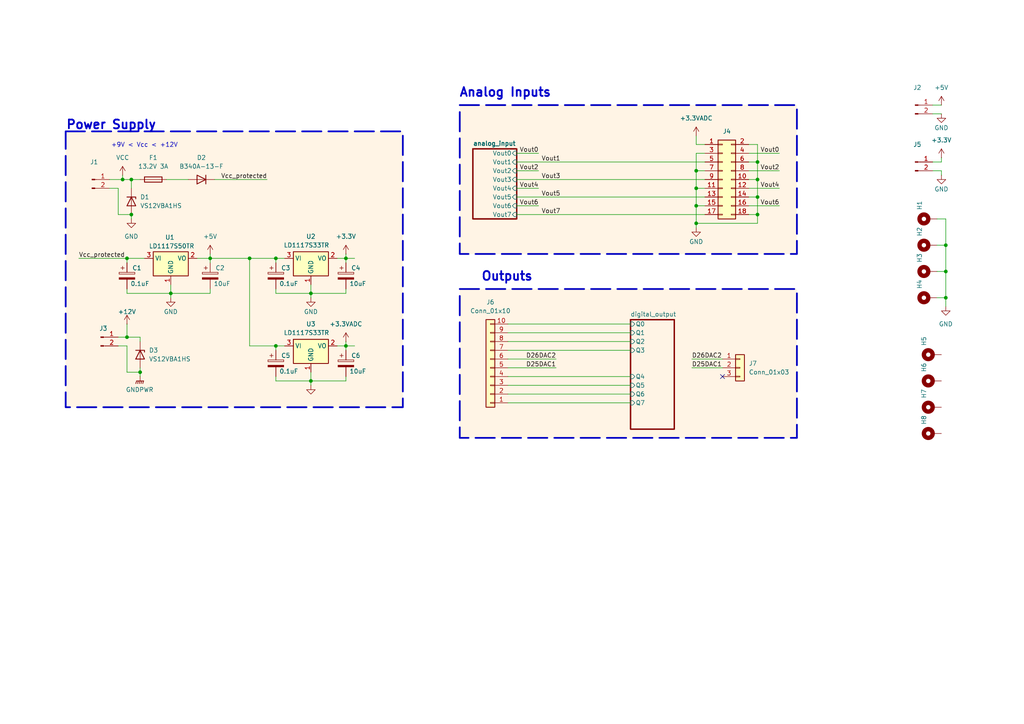
<source format=kicad_sch>
(kicad_sch (version 20231120) (generator "eeschema") (generator_version "8.0")
  (paper "A4")
  (lib_symbols
    (symbol "Connector:Conn_01x02_Pin" (pin_names (offset 1.016) hide)
      (property "Reference" "J" (at 0 2.54 0))
      (property "Value" "Conn_01x02_Pin" (at 0 -5.08 0))
      (symbol "Conn_01x02_Pin_1_1"
        (polyline (pts (xy 1.27 -2.54) (xy 0.8636 -2.54)) (stroke (width 0.1524)))
        (polyline (pts (xy 1.27 0) (xy 0.8636 0)) (stroke (width 0.1524)))
        (rectangle (start 0.8636 -2.413) (end 0 -2.667) (stroke (width 0.1524)) (fill (type outline)))
        (rectangle (start 0.8636 0.127) (end 0 -0.127) (stroke (width 0.1524)) (fill (type outline)))
        (pin passive line (at 5.08 0 180) (length 3.81) (name "Pin_1") (number "1"))
        (pin passive line (at 5.08 -2.54 180) (length 3.81) (name "Pin_2") (number "2"))
      )
    )
    (symbol "Connector_Generic:Conn_01x03" (pin_names (offset 1.016) hide)
      (property "Reference" "J" (at 0 5.08 0))
      (property "Value" "Conn_01x03" (at 0 -5.08 0))
      (symbol "Conn_01x03_1_1"
        (rectangle (start -1.27 -2.413) (end 0 -2.667) (stroke (width 0.1524)))
        (rectangle (start -1.27 0.127) (end 0 -0.127) (stroke (width 0.1524)))
        (rectangle (start -1.27 2.667) (end 0 2.413) (stroke (width 0.1524)))
        (rectangle (start -1.27 3.81) (end 1.27 -3.81) (stroke (width 0.254)) (fill (type background)))
        (pin passive line (at -5.08 2.54 0) (length 3.81) (name "Pin_1") (number "1"))
        (pin passive line (at -5.08 0 0) (length 3.81) (name "Pin_2") (number "2"))
        (pin passive line (at -5.08 -2.54 0) (length 3.81) (name "Pin_3") (number "3"))
      )
    )
    (symbol "Connector_Generic:Conn_01x10" (pin_names (offset 1.016) hide)
      (property "Reference" "J" (at 0 12.7 0))
      (property "Value" "Conn_01x10" (at 0 -15.24 0))
      (symbol "Conn_01x10_1_1"
        (rectangle (start -1.27 -12.573) (end 0 -12.827) (stroke (width 0.1524)))
        (rectangle (start -1.27 -10.033) (end 0 -10.287) (stroke (width 0.1524)))
        (rectangle (start -1.27 -7.493) (end 0 -7.747) (stroke (width 0.1524)))
        (rectangle (start -1.27 -4.953) (end 0 -5.207) (stroke (width 0.1524)))
        (rectangle (start -1.27 -2.413) (end 0 -2.667) (stroke (width 0.1524)))
        (rectangle (start -1.27 0.127) (end 0 -0.127) (stroke (width 0.1524)))
        (rectangle (start -1.27 2.667) (end 0 2.413) (stroke (width 0.1524)))
        (rectangle (start -1.27 5.207) (end 0 4.953) (stroke (width 0.1524)))
        (rectangle (start -1.27 7.747) (end 0 7.493) (stroke (width 0.1524)))
        (rectangle (start -1.27 10.287) (end 0 10.033) (stroke (width 0.1524)))
        (rectangle (start -1.27 11.43) (end 1.27 -13.97) (stroke (width 0.254)) (fill (type background)))
        (pin passive line (at -5.08 10.16 0) (length 3.81) (name "Pin_1") (number "1"))
        (pin passive line (at -5.08 -12.7 0) (length 3.81) (name "Pin_10") (number "10"))
        (pin passive line (at -5.08 7.62 0) (length 3.81) (name "Pin_2") (number "2"))
        (pin passive line (at -5.08 5.08 0) (length 3.81) (name "Pin_3") (number "3"))
        (pin passive line (at -5.08 2.54 0) (length 3.81) (name "Pin_4") (number "4"))
        (pin passive line (at -5.08 0 0) (length 3.81) (name "Pin_5") (number "5"))
        (pin passive line (at -5.08 -2.54 0) (length 3.81) (name "Pin_6") (number "6"))
        (pin passive line (at -5.08 -5.08 0) (length 3.81) (name "Pin_7") (number "7"))
        (pin passive line (at -5.08 -7.62 0) (length 3.81) (name "Pin_8") (number "8"))
        (pin passive line (at -5.08 -10.16 0) (length 3.81) (name "Pin_9") (number "9"))
      )
    )
    (symbol "Connector_Generic:Conn_02x09_Odd_Even" (pin_names (offset 1.016) hide)
      (property "Reference" "J" (at 1.27 12.7 0))
      (property "Value" "Conn_02x09_Odd_Even" (at 1.27 -12.7 0))
      (symbol "Conn_02x09_Odd_Even_1_1"
        (rectangle (start -1.27 -10.033) (end 0 -10.287) (stroke (width 0.1524)))
        (rectangle (start -1.27 -7.493) (end 0 -7.747) (stroke (width 0.1524)))
        (rectangle (start -1.27 -4.953) (end 0 -5.207) (stroke (width 0.1524)))
        (rectangle (start -1.27 -2.413) (end 0 -2.667) (stroke (width 0.1524)))
        (rectangle (start -1.27 0.127) (end 0 -0.127) (stroke (width 0.1524)))
        (rectangle (start -1.27 2.667) (end 0 2.413) (stroke (width 0.1524)))
        (rectangle (start -1.27 5.207) (end 0 4.953) (stroke (width 0.1524)))
        (rectangle (start -1.27 7.747) (end 0 7.493) (stroke (width 0.1524)))
        (rectangle (start -1.27 10.287) (end 0 10.033) (stroke (width 0.1524)))
        (rectangle (start -1.27 11.43) (end 3.81 -11.43) (stroke (width 0.254)) (fill (type background)))
        (rectangle (start 3.81 -10.033) (end 2.54 -10.287) (stroke (width 0.1524)))
        (rectangle (start 3.81 -7.493) (end 2.54 -7.747) (stroke (width 0.1524)))
        (rectangle (start 3.81 -4.953) (end 2.54 -5.207) (stroke (width 0.1524)))
        (rectangle (start 3.81 -2.413) (end 2.54 -2.667) (stroke (width 0.1524)))
        (rectangle (start 3.81 0.127) (end 2.54 -0.127) (stroke (width 0.1524)))
        (rectangle (start 3.81 2.667) (end 2.54 2.413) (stroke (width 0.1524)))
        (rectangle (start 3.81 5.207) (end 2.54 4.953) (stroke (width 0.1524)))
        (rectangle (start 3.81 7.747) (end 2.54 7.493) (stroke (width 0.1524)))
        (rectangle (start 3.81 10.287) (end 2.54 10.033) (stroke (width 0.1524)))
        (pin passive line (at -5.08 10.16 0) (length 3.81) (name "Pin_1") (number "1"))
        (pin passive line (at 7.62 0 180) (length 3.81) (name "Pin_10") (number "10"))
        (pin passive line (at -5.08 -2.54 0) (length 3.81) (name "Pin_11") (number "11"))
        (pin passive line (at 7.62 -2.54 180) (length 3.81) (name "Pin_12") (number "12"))
        (pin passive line (at -5.08 -5.08 0) (length 3.81) (name "Pin_13") (number "13"))
        (pin passive line (at 7.62 -5.08 180) (length 3.81) (name "Pin_14") (number "14"))
        (pin passive line (at -5.08 -7.62 0) (length 3.81) (name "Pin_15") (number "15"))
        (pin passive line (at 7.62 -7.62 180) (length 3.81) (name "Pin_16") (number "16"))
        (pin passive line (at -5.08 -10.16 0) (length 3.81) (name "Pin_17") (number "17"))
        (pin passive line (at 7.62 -10.16 180) (length 3.81) (name "Pin_18") (number "18"))
        (pin passive line (at 7.62 10.16 180) (length 3.81) (name "Pin_2") (number "2"))
        (pin passive line (at -5.08 7.62 0) (length 3.81) (name "Pin_3") (number "3"))
        (pin passive line (at 7.62 7.62 180) (length 3.81) (name "Pin_4") (number "4"))
        (pin passive line (at -5.08 5.08 0) (length 3.81) (name "Pin_5") (number "5"))
        (pin passive line (at 7.62 5.08 180) (length 3.81) (name "Pin_6") (number "6"))
        (pin passive line (at -5.08 2.54 0) (length 3.81) (name "Pin_7") (number "7"))
        (pin passive line (at 7.62 2.54 180) (length 3.81) (name "Pin_8") (number "8"))
        (pin passive line (at -5.08 0 0) (length 3.81) (name "Pin_9") (number "9"))
      )
    )
    (symbol "Device:C_Polarized" (pin_numbers hide) (pin_names (offset 0.254))
      (property "Reference" "C" (at 0.635 2.54 0))
      (property "Value" "C_Polarized" (at 0.635 -2.54 0))
      (symbol "C_Polarized_0_1"
        (rectangle (start -2.286 0.508) (end 2.286 1.016))
        (polyline (pts (xy -1.778 2.286) (xy -0.762 2.286)))
        (polyline (pts (xy -1.27 2.794) (xy -1.27 1.778)))
        (rectangle (start 2.286 -0.508) (end -2.286 -1.016) (fill (type outline)))
      )
      (symbol "C_Polarized_1_1"
        (pin passive line (at 0 3.81 270) (length 2.794) (name "~") (number "1"))
        (pin passive line (at 0 -3.81 90) (length 2.794) (name "~") (number "2"))
      )
    )
    (symbol "Device:D" (pin_numbers hide) (pin_names (offset 1.016) hide)
      (property "Reference" "D" (at 0 2.54 0))
      (property "Value" "D" (at 0 -2.54 0))
      (symbol "D_0_1"
        (polyline (pts (xy -1.27 1.27) (xy -1.27 -1.27)) (stroke (width 0.254)))
        (polyline (pts (xy 1.27 0) (xy -1.27 0)))
        (polyline (pts (xy 1.27 1.27) (xy 1.27 -1.27) (xy -1.27 0) (xy 1.27 1.27)) (stroke (width 0.254)))
      )
      (symbol "D_1_1"
        (pin passive line (at -3.81 0 0) (length 2.54) (name "K") (number "1"))
        (pin passive line (at 3.81 0 180) (length 2.54) (name "A") (number "2"))
      )
    )
    (symbol "Device:D_Zener" (pin_numbers hide) (pin_names (offset 1.016) hide)
      (property "Reference" "D" (at 0 2.54 0))
      (property "Value" "D_Zener" (at 0 -2.54 0))
      (symbol "D_Zener_0_1"
        (polyline (pts (xy 1.27 0) (xy -1.27 0)))
        (polyline (pts (xy -1.27 -1.27) (xy -1.27 1.27) (xy -0.762 1.27)) (stroke (width 0.254)))
        (polyline (pts (xy 1.27 -1.27) (xy 1.27 1.27) (xy -1.27 0) (xy 1.27 -1.27)) (stroke (width 0.254)))
      )
      (symbol "D_Zener_1_1"
        (pin passive line (at -3.81 0 0) (length 2.54) (name "K") (number "1"))
        (pin passive line (at 3.81 0 180) (length 2.54) (name "A") (number "2"))
      )
    )
    (symbol "Device:Fuse" (pin_numbers hide) (pin_names (offset 0))
      (property "Reference" "F" (at 2.032 0 90))
      (property "Value" "Fuse" (at -1.905 0 90))
      (symbol "Fuse_0_1"
        (rectangle (start -0.762 -2.54) (end 0.762 2.54) (stroke (width 0.254)))
        (polyline (pts (xy 0 2.54) (xy 0 -2.54)))
      )
      (symbol "Fuse_1_1"
        (pin passive line (at 0 3.81 270) (length 1.27) (name "~") (number "1"))
        (pin passive line (at 0 -3.81 90) (length 1.27) (name "~") (number "2"))
      )
    )
    (symbol "Mechanical:MountingHole_Pad" (pin_numbers hide) (pin_names (offset 1.016) hide)
      (property "Reference" "H" (at 0 6.35 0))
      (property "Value" "MountingHole_Pad" (at 0 4.445 0))
      (symbol "MountingHole_Pad_0_1"
        (circle (center 0 1.27) (radius 1.27) (stroke (width 1.27)))
      )
      (symbol "MountingHole_Pad_1_1"
        (pin input line (at 0 -2.54 90) (length 2.54) (name "1") (number "1"))
      )
    )
    (symbol "Regulator_Linear:LD1117S33TR_SOT223"
      (property "Reference" "U" (at -3.81 3.175 0))
      (property "Value" "LD1117S33TR_SOT223" (at 0 3.175 0))
      (symbol "LD1117S33TR_SOT223_0_1"
        (rectangle (start -5.08 -5.08) (end 5.08 1.905) (stroke (width 0.254)) (fill (type background)))
      )
      (symbol "LD1117S33TR_SOT223_1_1"
        (pin power_in line (at 0 -7.62 90) (length 2.54) (name "GND") (number "1"))
        (pin power_out line (at 7.62 0 180) (length 2.54) (name "VO") (number "2"))
        (pin power_in line (at -7.62 0 0) (length 2.54) (name "VI") (number "3"))
      )
    )
    (symbol "Regulator_Linear:LD1117S50TR_SOT223"
      (property "Reference" "U" (at -3.81 3.175 0))
      (property "Value" "LD1117S50TR_SOT223" (at 0 3.175 0))
      (symbol "LD1117S50TR_SOT223_0_1"
        (rectangle (start -5.08 -5.08) (end 5.08 1.905) (stroke (width 0.254)) (fill (type background)))
      )
      (symbol "LD1117S50TR_SOT223_1_1"
        (pin power_in line (at 0 -7.62 90) (length 2.54) (name "GND") (number "1"))
        (pin power_out line (at 7.62 0 180) (length 2.54) (name "VO") (number "2"))
        (pin power_in line (at -7.62 0 0) (length 2.54) (name "VI") (number "3"))
      )
    )
    (symbol "power:+12V" (power) (pin_numbers hide) (pin_names (offset 0) hide)
      (property "Value" "+12V" (at 0 3.556 0))
      (symbol "+12V_0_1"
        (polyline (pts (xy -0.762 1.27) (xy 0 2.54)))
        (polyline (pts (xy 0 0) (xy 0 2.54)))
        (polyline (pts (xy 0 2.54) (xy 0.762 1.27)))
      )
      (symbol "+12V_1_1"
        (pin power_in line (at 0 0 90) (length 0) (name "~") (number "1"))
      )
    )
    (symbol "power:+3.3V" (power) (pin_numbers hide) (pin_names (offset 0) hide)
      (property "Value" "+3.3V" (at 0 3.556 0))
      (symbol "+3.3V_0_1"
        (polyline (pts (xy -0.762 1.27) (xy 0 2.54)))
        (polyline (pts (xy 0 0) (xy 0 2.54)))
        (polyline (pts (xy 0 2.54) (xy 0.762 1.27)))
      )
      (symbol "+3.3V_1_1"
        (pin power_in line (at 0 0 90) (length 0) (name "~") (number "1"))
      )
    )
    (symbol "power:+3.3VADC" (power) (pin_numbers hide) (pin_names (offset 0) hide)
      (property "Value" "+3.3VADC" (at 0 3.556 0))
      (symbol "+3.3VADC_0_0"
        (pin power_in line (at 0 0 90) (length 0) (name "~") (number "1"))
      )
      (symbol "+3.3VADC_0_1"
        (polyline (pts (xy -0.762 1.27) (xy 0 2.54)))
        (polyline (pts (xy 0 0) (xy 0 2.54)))
        (polyline (pts (xy 0 2.54) (xy 0.762 1.27)))
      )
    )
    (symbol "power:+5V" (power) (pin_numbers hide) (pin_names (offset 0) hide)
      (property "Value" "+5V" (at 0 3.556 0))
      (symbol "+5V_0_1"
        (polyline (pts (xy -0.762 1.27) (xy 0 2.54)))
        (polyline (pts (xy 0 0) (xy 0 2.54)))
        (polyline (pts (xy 0 2.54) (xy 0.762 1.27)))
      )
      (symbol "+5V_1_1"
        (pin power_in line (at 0 0 90) (length 0) (name "~") (number "1"))
      )
    )
    (symbol "power:GND" (power) (pin_numbers hide) (pin_names (offset 0) hide)
      (property "Value" "GND" (at 0 -3.81 0))
      (symbol "GND_0_1"
        (polyline (pts (xy 0 0) (xy 0 -1.27) (xy 1.27 -1.27) (xy 0 -2.54) (xy -1.27 -1.27) (xy 0 -1.27)))
      )
      (symbol "GND_1_1"
        (pin power_in line (at 0 0 270) (length 0) (name "~") (number "1"))
      )
    )
    (symbol "power:GNDPWR" (power) (pin_numbers hide) (pin_names (offset 0) hide)
      (property "Value" "GNDPWR" (at 0 -3.302 0))
      (symbol "GNDPWR_0_1"
        (polyline (pts (xy 0 -1.27) (xy 0 0)))
        (polyline (pts (xy -1.016 -1.27) (xy -1.27 -2.032) (xy -1.27 -2.032)) (stroke (width 0.2032)))
        (polyline (pts (xy -0.508 -1.27) (xy -0.762 -2.032) (xy -0.762 -2.032)) (stroke (width 0.2032)))
        (polyline (pts (xy 0 -1.27) (xy -0.254 -2.032) (xy -0.254 -2.032)) (stroke (width 0.2032)))
        (polyline (pts (xy 0.508 -1.27) (xy 0.254 -2.032) (xy 0.254 -2.032)) (stroke (width 0.2032)))
        (polyline (pts (xy 1.016 -1.27) (xy -1.016 -1.27) (xy -1.016 -1.27)) (stroke (width 0.2032)))
        (polyline (pts (xy 1.016 -1.27) (xy 0.762 -2.032) (xy 0.762 -2.032) (xy 0.762 -2.032)) (stroke (width 0.2032)))
      )
      (symbol "GNDPWR_1_1"
        (pin power_in line (at 0 0 270) (length 0) (name "~") (number "1"))
      )
    )
    (symbol "power:VCC" (power) (pin_numbers hide) (pin_names (offset 0) hide)
      (property "Value" "VCC" (at 0 3.556 0))
      (symbol "VCC_0_1"
        (polyline (pts (xy -0.762 1.27) (xy 0 2.54)))
        (polyline (pts (xy 0 0) (xy 0 2.54)))
        (polyline (pts (xy 0 2.54) (xy 0.762 1.27)))
      )
      (symbol "VCC_1_1"
        (pin power_in line (at 0 0 90) (length 0) (name "~") (number "1"))
      )
    )
  )
  (junction (at 219.71 52.07))
  (junction (at 40.64 107.95))
  (junction (at 201.93 54.61))
  (junction (at 274.32 86.36))
  (junction (at 219.71 62.23))
  (junction (at 36.83 74.93))
  (junction (at 90.17 85.09))
  (junction (at 90.17 110.49))
  (junction (at 219.71 57.15))
  (junction (at 36.83 97.79))
  (junction (at 35.56 52.07))
  (junction (at 72.39 74.93))
  (junction (at 38.1 52.07))
  (junction (at 100.33 74.93))
  (junction (at 38.1 62.23))
  (junction (at 49.53 85.09))
  (junction (at 219.71 46.99))
  (junction (at 201.93 49.53))
  (junction (at 100.33 100.33))
  (junction (at 274.32 71.12))
  (junction (at 274.32 78.74))
  (junction (at 80.01 74.93))
  (junction (at 80.01 100.33))
  (junction (at 60.96 74.93))
  (junction (at 201.93 64.77))
  (junction (at 201.93 59.69))
  (no_connect (at 209.55 109.22))
  (wire (pts (xy 271.78 63.5) (xy 274.32 63.5)))
  (wire (pts (xy 200.66 104.14) (xy 209.55 104.14)))
  (wire (pts (xy 149.86 59.69) (xy 156.21 59.69)))
  (wire (pts (xy 274.32 86.36) (xy 274.32 88.9)))
  (wire (pts (xy 147.32 106.68) (xy 161.29 106.68)))
  (wire (pts (xy 34.29 54.61) (xy 34.29 62.23)))
  (wire (pts (xy 49.53 82.55) (xy 49.53 85.09)))
  (wire (pts (xy 97.79 100.33) (xy 100.33 100.33)))
  (wire (pts (xy 60.96 74.93) (xy 72.39 74.93)))
  (wire (pts (xy 38.1 52.07) (xy 38.1 54.61)))
  (wire (pts (xy 72.39 74.93) (xy 80.01 74.93)))
  (wire (pts (xy 201.93 54.61) (xy 204.47 54.61)))
  (wire (pts (xy 201.93 64.77) (xy 219.71 64.77)))
  (wire (pts (xy 60.96 85.09) (xy 49.53 85.09)))
  (wire (pts (xy 80.01 85.09) (xy 90.17 85.09)))
  (wire (pts (xy 36.83 97.79) (xy 36.83 93.98)))
  (wire (pts (xy 219.71 41.91) (xy 217.17 41.91)))
  (wire (pts (xy 219.71 52.07) (xy 219.71 57.15)))
  (wire (pts (xy 48.26 52.07) (xy 54.61 52.07)))
  (wire (pts (xy 36.83 83.82) (xy 36.83 85.09)))
  (wire (pts (xy 274.32 78.74) (xy 274.32 86.36)))
  (wire (pts (xy 100.33 74.93) (xy 100.33 76.2)))
  (wire (pts (xy 149.86 62.23) (xy 204.47 62.23)))
  (wire (pts (xy 147.32 114.3) (xy 182.88 114.3)))
  (wire (pts (xy 201.93 39.37) (xy 201.93 41.91)))
  (wire (pts (xy 80.01 110.49) (xy 90.17 110.49)))
  (wire (pts (xy 271.78 78.74) (xy 274.32 78.74)))
  (wire (pts (xy 200.66 106.68) (xy 209.55 106.68)))
  (wire (pts (xy 219.71 62.23) (xy 219.71 64.77)))
  (wire (pts (xy 217.17 46.99) (xy 219.71 46.99)))
  (wire (pts (xy 147.32 101.6) (xy 182.88 101.6)))
  (wire (pts (xy 40.64 99.06) (xy 40.64 97.79)))
  (wire (pts (xy 38.1 62.23) (xy 38.1 63.5)))
  (wire (pts (xy 201.93 59.69) (xy 201.93 64.77)))
  (wire (pts (xy 36.83 74.93) (xy 36.83 76.2)))
  (wire (pts (xy 60.96 74.93) (xy 60.96 76.2)))
  (wire (pts (xy 274.32 63.5) (xy 274.32 71.12)))
  (wire (pts (xy 57.15 74.93) (xy 60.96 74.93)))
  (wire (pts (xy 22.86 74.93) (xy 36.83 74.93)))
  (wire (pts (xy 204.47 44.45) (xy 201.93 44.45)))
  (wire (pts (xy 90.17 85.09) (xy 100.33 85.09)))
  (wire (pts (xy 217.17 62.23) (xy 219.71 62.23)))
  (wire (pts (xy 270.51 46.99) (xy 273.05 46.99)))
  (wire (pts (xy 201.93 49.53) (xy 204.47 49.53)))
  (wire (pts (xy 90.17 107.95) (xy 90.17 110.49)))
  (wire (pts (xy 147.32 111.76) (xy 182.88 111.76)))
  (wire (pts (xy 100.33 100.33) (xy 100.33 101.6)))
  (wire (pts (xy 100.33 73.66) (xy 100.33 74.93)))
  (wire (pts (xy 80.01 74.93) (xy 80.01 76.2)))
  (wire (pts (xy 100.33 99.06) (xy 100.33 100.33)))
  (wire (pts (xy 80.01 100.33) (xy 82.55 100.33)))
  (wire (pts (xy 36.83 85.09) (xy 49.53 85.09)))
  (wire (pts (xy 270.51 33.02) (xy 273.05 33.02)))
  (wire (pts (xy 34.29 97.79) (xy 36.83 97.79)))
  (wire (pts (xy 219.71 57.15) (xy 219.71 62.23)))
  (wire (pts (xy 60.96 73.66) (xy 60.96 74.93)))
  (wire (pts (xy 40.64 107.95) (xy 40.64 109.22)))
  (wire (pts (xy 62.23 52.07) (xy 77.47 52.07)))
  (wire (pts (xy 149.86 52.07) (xy 204.47 52.07)))
  (wire (pts (xy 80.01 74.93) (xy 82.55 74.93)))
  (wire (pts (xy 72.39 74.93) (xy 72.39 100.33)))
  (wire (pts (xy 35.56 50.8) (xy 35.56 52.07)))
  (wire (pts (xy 60.96 83.82) (xy 60.96 85.09)))
  (wire (pts (xy 35.56 52.07) (xy 38.1 52.07)))
  (wire (pts (xy 273.05 49.53) (xy 273.05 50.8)))
  (wire (pts (xy 217.17 54.61) (xy 226.06 54.61)))
  (wire (pts (xy 147.32 104.14) (xy 161.29 104.14)))
  (wire (pts (xy 217.17 52.07) (xy 219.71 52.07)))
  (wire (pts (xy 270.51 30.48) (xy 273.05 30.48)))
  (wire (pts (xy 40.64 106.68) (xy 40.64 107.95)))
  (wire (pts (xy 149.86 54.61) (xy 156.21 54.61)))
  (wire (pts (xy 34.29 62.23) (xy 38.1 62.23)))
  (wire (pts (xy 31.75 52.07) (xy 35.56 52.07)))
  (wire (pts (xy 149.86 49.53) (xy 156.21 49.53)))
  (wire (pts (xy 100.33 110.49) (xy 100.33 109.22)))
  (wire (pts (xy 100.33 100.33) (xy 102.87 100.33)))
  (wire (pts (xy 90.17 110.49) (xy 90.17 111.76)))
  (wire (pts (xy 147.32 116.84) (xy 182.88 116.84)))
  (wire (pts (xy 31.75 54.61) (xy 34.29 54.61)))
  (wire (pts (xy 36.83 74.93) (xy 41.91 74.93)))
  (wire (pts (xy 40.64 107.95) (xy 36.83 107.95)))
  (wire (pts (xy 201.93 59.69) (xy 204.47 59.69)))
  (wire (pts (xy 201.93 44.45) (xy 201.93 49.53)))
  (wire (pts (xy 149.86 57.15) (xy 204.47 57.15)))
  (wire (pts (xy 149.86 44.45) (xy 156.21 44.45)))
  (wire (pts (xy 97.79 74.93) (xy 100.33 74.93)))
  (wire (pts (xy 219.71 46.99) (xy 219.71 52.07)))
  (wire (pts (xy 147.32 96.52) (xy 182.88 96.52)))
  (wire (pts (xy 217.17 44.45) (xy 226.06 44.45)))
  (wire (pts (xy 201.93 49.53) (xy 201.93 54.61)))
  (wire (pts (xy 49.53 85.09) (xy 49.53 86.36)))
  (wire (pts (xy 34.29 100.33) (xy 36.83 100.33)))
  (wire (pts (xy 90.17 82.55) (xy 90.17 85.09)))
  (wire (pts (xy 38.1 52.07) (xy 40.64 52.07)))
  (wire (pts (xy 274.32 71.12) (xy 274.32 78.74)))
  (wire (pts (xy 217.17 49.53) (xy 226.06 49.53)))
  (wire (pts (xy 201.93 41.91) (xy 204.47 41.91)))
  (wire (pts (xy 201.93 64.77) (xy 201.93 66.04)))
  (wire (pts (xy 217.17 59.69) (xy 226.06 59.69)))
  (wire (pts (xy 147.32 99.06) (xy 182.88 99.06)))
  (wire (pts (xy 147.32 93.98) (xy 182.88 93.98)))
  (wire (pts (xy 80.01 83.82) (xy 80.01 85.09)))
  (wire (pts (xy 219.71 41.91) (xy 219.71 46.99)))
  (wire (pts (xy 40.64 97.79) (xy 36.83 97.79)))
  (wire (pts (xy 90.17 110.49) (xy 100.33 110.49)))
  (wire (pts (xy 100.33 74.93) (xy 102.87 74.93)))
  (wire (pts (xy 271.78 86.36) (xy 274.32 86.36)))
  (wire (pts (xy 80.01 109.22) (xy 80.01 110.49)))
  (wire (pts (xy 100.33 85.09) (xy 100.33 83.82)))
  (wire (pts (xy 217.17 57.15) (xy 219.71 57.15)))
  (wire (pts (xy 72.39 100.33) (xy 80.01 100.33)))
  (wire (pts (xy 201.93 54.61) (xy 201.93 59.69)))
  (wire (pts (xy 80.01 100.33) (xy 80.01 101.6)))
  (wire (pts (xy 149.86 46.99) (xy 204.47 46.99)))
  (wire (pts (xy 271.78 71.12) (xy 274.32 71.12)))
  (wire (pts (xy 147.32 109.22) (xy 182.88 109.22)))
  (wire (pts (xy 270.51 49.53) (xy 273.05 49.53)))
  (wire (pts (xy 90.17 85.09) (xy 90.17 86.36)))
  (wire (pts (xy 36.83 100.33) (xy 36.83 107.95)))
  (wire (pts (xy 273.05 46.99) (xy 273.05 45.72)))
  (rectangle (start 133.35 83.82) (end 231.14 127) (stroke (width 0.508) (type dash)) (fill (type color) (color 255 229 191 0.4)))
  (rectangle (start 19.05 38.1) (end 116.84 118.11) (stroke (width 0.508) (type dash)) (fill (type color) (color 255 229 191 0.4)))
  (rectangle (start 133.35 30.48) (end 231.14 73.66) (stroke (width 0.508) (type dash)) (fill (type color) (color 255 229 191 0.4)))
  (text "Outputs" (at 147.066 80.264 0) (effects (font (size 2.54 2.54) (bold yes))))
  (text "+9V < Vcc < +12V" (at 41.91 42.164 0) (effects (font (size 1.27 1.27))))
  (text "Analog Inputs" (at 146.558 26.924 0) (effects (font (size 2.54 2.54) (bold yes))))
  (text "Power Supply" (at 32.258 36.322 0) (effects (font (size 2.54 2.54) (bold yes))))
  (label "Vout6" (at 156.21 59.69 180))
  (label "Vout6" (at 226.06 59.69 180))
  (label "Vout5" (at 162.56 57.15 180))
  (label "Vout4" (at 156.21 54.61 180))
  (label "Vout1" (at 162.56 46.99 180))
  (label "Vcc_protected" (at 77.47 52.07 180))
  (label "Vcc_protected" (at 22.86 74.93 0))
  (label "Vout2" (at 156.21 49.53 180))
  (label "Vout3" (at 162.56 52.07 180))
  (label "D25DAC1" (at 161.29 106.68 180))
  (label "Vout0" (at 226.06 44.45 180))
  (label "Vout7" (at 162.56 62.23 180))
  (label "Vout0" (at 156.21 44.45 180))
  (label "D25DAC1" (at 200.66 106.68 0))
  (label "D26DAC2" (at 161.29 104.14 180))
  (label "Vout2" (at 226.06 49.53 180))
  (label "Vout4" (at 226.06 54.61 180))
  (label "D26DAC2" (at 200.66 104.14 0))
  (symbol (lib_id "power:+3.3VADC") (at 201.93 39.37 0) (unit 1)
    (property "Reference" "#PWR0213" (effects (hide yes)))
    (property "Value" "+3.3VADC" (at 201.93 34.29 0))
    (property "Description" "Power symbol creates a global label with name \"+3.3VADC\"" (effects (hide yes)))
  )
  (symbol (lib_id "Device:C_Polarized") (at 80.01 80.01 0) (unit 1)
    (property "Reference" "C3" (at 81.534 77.724 0) (effects (justify left)))
    (property "Value" "0.1uF" (at 81.026 82.296 0) (effects (justify left)))
    (property "Footprint" "Capacitor_SMD:CP_Elec_4x5.4" (effects (hide yes)))
    (property "Description" "Polarized capacitor" (effects (hide yes)))
  )
  (symbol (lib_id "Mechanical:MountingHole_Pad") (at 269.24 63.5 90) (unit 1)
    (property "Reference" "H1" (at 266.6999 60.96 0) (effects (justify left)))
    (property "Value" "MountingHole_Pad" (effects (hide yes)))
    (property "Footprint" "MountingHole:MountingHole_3.2mm_M3_DIN965_Pad_TopBottom" (effects (hide yes)))
    (property "Description" "Mounting Hole with connection" (effects (hide yes)))
  )
  (symbol (lib_id "power:GNDPWR") (at 40.64 109.22 0) (unit 1)
    (property "Reference" "#PWR010" (effects (hide yes)))
    (property "Value" "GNDPWR" (at 40.513 113.03 0))
    (property "Description" "Power symbol creates a global label with name \"GNDPWR\" , global ground" (effects (hide yes)))
  )
  (symbol (lib_id "power:GND") (at 201.93 66.04 0) (unit 1)
    (property "Reference" "#PWR0214" (effects (hide yes)))
    (property "Value" "GND" (at 201.93 70.104 0))
    (property "Description" "Power symbol creates a global label with name \"GND\" , ground" (effects (hide yes)))
  )
  (symbol (lib_id "Mechanical:MountingHole_Pad") (at 269.24 71.12 90) (unit 1)
    (property "Reference" "H2" (at 266.6999 68.58 0) (effects (justify left)))
    (property "Value" "MountingHole_Pad" (effects (hide yes)))
    (property "Footprint" "MountingHole:MountingHole_3.2mm_M3_DIN965_Pad_TopBottom" (effects (hide yes)))
    (property "Description" "Mounting Hole with connection" (effects (hide yes)))
  )
  (symbol (lib_id "Connector:Conn_01x02_Pin") (at 29.21 97.79 0) (unit 1)
    (property "Reference" "J3" (at 29.972 95.25 0))
    (property "Value" "Conn_01x02_Pin" (effects (hide yes)))
    (property "Footprint" "Connector_AMASS:AMASS_XT60-F_1x02_P7.20mm_Vertical" (effects (hide yes)))
    (property "Description" "Generic connector, single row, 01x02, script generated" (effects (hide yes)))
  )
  (symbol (lib_id "power:+3.3V") (at 273.05 45.72 0) (unit 1)
    (property "Reference" "#PWR07" (effects (hide yes)))
    (property "Value" "+3.3V" (at 273.05 40.64 0))
    (property "Description" "Power symbol creates a global label with name \"+3.3V\"" (effects (hide yes)))
  )
  (symbol (lib_id "Mechanical:MountingHole_Pad") (at 270.51 102.87 90) (unit 1)
    (property "Reference" "H5" (at 267.9699 100.33 0) (effects (justify left)))
    (property "Value" "MountingHole_Pad" (effects (hide yes)))
    (property "Footprint" "MountingHole:MountingHole_3.2mm_M3_DIN965_Pad_TopBottom" (effects (hide yes)))
    (property "Description" "Mounting Hole with connection" (effects (hide yes)))
  )
  (symbol (lib_id "Device:C_Polarized") (at 100.33 80.01 0) (unit 1)
    (property "Reference" "C4" (at 101.854 77.724 0) (effects (justify left)))
    (property "Value" "10uF" (at 101.346 82.296 0) (effects (justify left)))
    (property "Footprint" "Capacitor_SMD:CP_Elec_4x5.3" (effects (hide yes)))
    (property "Description" "Polarized capacitor" (effects (hide yes)))
  )
  (symbol (lib_id "power:VCC") (at 35.56 50.8 0) (unit 1)
    (property "Reference" "#PWR01" (effects (hide yes)))
    (property "Value" "VCC" (at 35.56 45.72 0))
    (property "Description" "Power symbol creates a global label with name \"VCC\"" (effects (hide yes)))
  )
  (symbol (lib_id "Device:D") (at 58.42 52.07 180) (unit 1)
    (property "Reference" "D2" (at 58.42 45.72 0))
    (property "Value" "B340A-13-F" (at 58.42 48.26 0))
    (property "Footprint" "Diode_SMD:D_SMA" (effects (hide yes)))
    (property "Description" "40V 3A" (effects (hide yes)))
    (property "Sim.Device" "D" (effects (hide yes)))
    (property "Sim.Pins" "1=K 2=A" (effects (hide yes)))
  )
  (symbol (lib_id "power:GND") (at 90.17 86.36 0) (unit 1)
    (property "Reference" "#PWR017" (effects (hide yes)))
    (property "Value" "GND" (at 90.17 90.424 0))
    (property "Description" "Power symbol creates a global label with name \"GND\" , ground" (effects (hide yes)))
  )
  (symbol (lib_id "power:GND") (at 49.53 86.36 0) (unit 1)
    (property "Reference" "#PWR012" (effects (hide yes)))
    (property "Value" "GND" (at 49.53 90.424 0))
    (property "Description" "Power symbol creates a global label with name \"GND\" , ground" (effects (hide yes)))
  )
  (symbol (lib_id "Mechanical:MountingHole_Pad") (at 270.51 118.11 90) (unit 1)
    (property "Reference" "H7" (at 267.9699 115.57 0) (effects (justify left)))
    (property "Value" "MountingHole_Pad" (effects (hide yes)))
    (property "Footprint" "MountingHole:MountingHole_3.2mm_M3_DIN965_Pad_TopBottom" (effects (hide yes)))
    (property "Description" "Mounting Hole with connection" (effects (hide yes)))
  )
  (symbol (lib_id "power:+5V") (at 273.05 30.48 0) (unit 1)
    (property "Reference" "#PWR014" (effects (hide yes)))
    (property "Value" "+5V" (at 273.05 25.4 0))
    (property "Description" "Power symbol creates a global label with name \"+5V\"" (effects (hide yes)))
  )
  (symbol (lib_id "Device:D_Zener") (at 38.1 58.42 270) (unit 1)
    (property "Reference" "D1" (at 40.64 57.1499 90) (effects (justify left)))
    (property "Value" "VS12VBA1HS" (at 40.64 59.6899 90) (effects (justify left)))
    (property "Footprint" "Diode_SMD:D_0603_1608Metric_Pad1.05x0.95mm_HandSolder" (effects (hide yes)))
    (property "Description" "TVS Diode" (effects (hide yes)))
  )
  (symbol (lib_id "Device:C_Polarized") (at 80.01 105.41 0) (unit 1)
    (property "Reference" "C5" (at 81.534 103.124 0) (effects (justify left)))
    (property "Value" "0.1uF" (at 81.026 107.696 0) (effects (justify left)))
    (property "Footprint" "Capacitor_SMD:CP_Elec_4x5.4" (effects (hide yes)))
    (property "Description" "Polarized capacitor" (effects (hide yes)))
  )
  (symbol (lib_id "Mechanical:MountingHole_Pad") (at 269.24 86.36 90) (unit 1)
    (property "Reference" "H4" (at 266.6999 83.82 0) (effects (justify left)))
    (property "Value" "MountingHole_Pad" (effects (hide yes)))
    (property "Footprint" "MountingHole:MountingHole_3.2mm_M3_DIN965_Pad_TopBottom" (effects (hide yes)))
    (property "Description" "Mounting Hole with connection" (effects (hide yes)))
  )
  (symbol (lib_id "power:GND") (at 274.32 88.9 0) (unit 1)
    (property "Reference" "#PWR011" (effects (hide yes)))
    (property "Value" "GND" (at 274.32 93.98 0))
    (property "Description" "Power symbol creates a global label with name \"GND\" , ground" (effects (hide yes)))
  )
  (symbol (lib_id "Mechanical:MountingHole_Pad") (at 270.51 110.49 90) (unit 1)
    (property "Reference" "H6" (at 267.9699 107.95 0) (effects (justify left)))
    (property "Value" "MountingHole_Pad" (effects (hide yes)))
    (property "Footprint" "MountingHole:MountingHole_3.2mm_M3_DIN965_Pad_TopBottom" (effects (hide yes)))
    (property "Description" "Mounting Hole with connection" (effects (hide yes)))
  )
  (symbol (lib_id "power:GND") (at 273.05 50.8 0) (unit 1)
    (property "Reference" "#PWR08" (effects (hide yes)))
    (property "Value" "GND" (at 273.05 54.864 0))
    (property "Description" "Power symbol creates a global label with name \"GND\" , ground" (effects (hide yes)))
  )
  (symbol (lib_id "power:GND") (at 90.17 111.76 0) (unit 1)
    (property "Reference" "#PWR03" (effects (hide yes)))
    (property "Value" "GND" (effects (hide yes)))
    (property "Description" "Power symbol creates a global label with name \"GND\" , ground" (effects (hide yes)))
  )
  (symbol (lib_id "Connector_Generic:Conn_01x10") (at 142.24 106.68 180) (unit 1)
    (property "Reference" "J6" (at 142.24 87.63 0))
    (property "Value" "Conn_01x10" (at 142.24 90.17 0))
    (property "Footprint" "Connector_PinSocket_2.54mm:PinSocket_1x10_P2.54mm_Vertical" (effects (hide yes)))
    (property "Description" "Generic connector, single row, 01x10, script generated (kicad-library-utils/schlib/autogen/connector/)" (effects (hide yes)))
  )
  (symbol (lib_id "Connector:Conn_01x02_Pin") (at 265.43 30.48 0) (unit 1)
    (property "Reference" "J2" (at 266.065 25.4 0))
    (property "Value" "Conn_01x02_Pin" (effects (hide yes)))
    (property "Footprint" "Connector_Phoenix_MC:PhoenixContact_MC_1,5_2-G-3.81_1x02_P3.81mm_Horizontal" (effects (hide yes)))
    (property "Description" "Generic connector, single row, 01x02, script generated" (effects (hide yes)))
  )
  (symbol (lib_id "Regulator_Linear:LD1117S33TR_SOT223") (at 90.17 74.93 0) (unit 1)
    (property "Reference" "U2" (at 90.17 68.58 0))
    (property "Value" "LD1117S33TR" (at 88.9 71.12 0))
    (property "Footprint" "Package_TO_SOT_SMD:SOT-223-3_TabPin2" (effects (hide yes)))
    (property "Datasheet" "http://www.st.com/st-web-ui/static/active/en/resource/technical/document/datasheet/CD00000544.pdf" (effects (hide yes)))
    (property "Description" "800mA Fixed Low Drop Positive Voltage Regulator, Fixed Output 3.3V, SOT-223" (effects (hide yes)))
  )
  (symbol (lib_id "Regulator_Linear:LD1117S50TR_SOT223") (at 49.53 74.93 0) (unit 1)
    (property "Reference" "U1" (at 49.276 68.834 0))
    (property "Value" "LD1117S50TR" (at 49.784 71.374 0))
    (property "Footprint" "Package_TO_SOT_SMD:SOT-223-3_TabPin2" (effects (hide yes)))
    (property "Datasheet" "http://www.st.com/st-web-ui/static/active/en/resource/technical/document/datasheet/CD00000544.pdf" (effects (hide yes)))
    (property "Description" "800mA Fixed Low Drop Positive Voltage Regulator, Fixed Output 5.0V, SOT-223" (effects (hide yes)))
  )
  (symbol (lib_id "Connector:Conn_01x02_Pin") (at 265.43 46.99 0) (unit 1)
    (property "Reference" "J5" (at 266.065 41.91 0))
    (property "Value" "Conn_01x02_Pin" (effects (hide yes)))
    (property "Footprint" "Connector_PinSocket_2.54mm:PinSocket_1x02_P2.54mm_Vertical" (effects (hide yes)))
    (property "Description" "Generic connector, single row, 01x02, script generated" (effects (hide yes)))
  )
  (symbol (lib_id "Regulator_Linear:LD1117S33TR_SOT223") (at 90.17 100.33 0) (unit 1)
    (property "Reference" "U3" (at 90.17 93.98 0))
    (property "Value" "LD1117S33TR" (at 88.9 96.52 0))
    (property "Footprint" "Package_TO_SOT_SMD:SOT-223-3_TabPin2" (effects (hide yes)))
    (property "Datasheet" "http://www.st.com/st-web-ui/static/active/en/resource/technical/document/datasheet/CD00000544.pdf" (effects (hide yes)))
    (property "Description" "800mA Fixed Low Drop Positive Voltage Regulator, Fixed Output 3.3V, SOT-223" (effects (hide yes)))
  )
  (symbol (lib_id "power:+3.3VADC") (at 100.33 99.06 0) (unit 1)
    (property "Reference" "#PWR05" (effects (hide yes)))
    (property "Value" "+3.3VADC" (at 100.33 93.98 0))
    (property "Description" "Power symbol creates a global label with name \"+3.3VADC\"" (effects (hide yes)))
  )
  (symbol (lib_id "power:GND") (at 273.05 33.02 0) (unit 1)
    (property "Reference" "#PWR015" (effects (hide yes)))
    (property "Value" "GND" (at 273.05 37.084 0))
    (property "Description" "Power symbol creates a global label with name \"GND\" , ground" (effects (hide yes)))
  )
  (symbol (lib_id "Device:C_Polarized") (at 60.96 80.01 0) (unit 1)
    (property "Reference" "C2" (at 62.484 77.724 0) (effects (justify left)))
    (property "Value" "10uF" (at 61.976 82.296 0) (effects (justify left)))
    (property "Footprint" "Capacitor_SMD:CP_Elec_4x5.3" (effects (hide yes)))
    (property "Description" "Polarized capacitor" (effects (hide yes)))
  )
  (symbol (lib_id "Device:Fuse") (at 44.45 52.07 90) (unit 1)
    (property "Reference" "F1" (at 44.45 45.72 90))
    (property "Value" "13.2V 3A" (at 44.45 48.26 90))
    (property "Footprint" "Fuse:Fuse_1206_3216Metric" (effects (hide yes)))
    (property "Description" "Fuse" (effects (hide yes)))
  )
  (symbol (lib_id "Connector_Generic:Conn_01x03") (at 214.63 106.68 0) (unit 1)
    (property "Reference" "J7" (at 217.17 105.4099 0) (effects (justify left)))
    (property "Value" "Conn_01x03" (at 217.17 107.9499 0) (effects (justify left)))
    (property "Footprint" "Connector_Phoenix_MC:PhoenixContact_MC_1,5_3-G-3.81_1x03_P3.81mm_Horizontal" (effects (hide yes)))
    (property "Description" "Generic connector, single row, 01x03, script generated (kicad-library-utils/schlib/autogen/connector/)" (effects (hide yes)))
  )
  (symbol (lib_id "Device:C_Polarized") (at 36.83 80.01 0) (unit 1)
    (property "Reference" "C1" (at 38.354 77.724 0) (effects (justify left)))
    (property "Value" "0.1uF" (at 37.846 82.296 0) (effects (justify left)))
    (property "Footprint" "Capacitor_SMD:CP_Elec_4x5.4" (effects (hide yes)))
    (property "Description" "Polarized capacitor" (effects (hide yes)))
  )
  (symbol (lib_id "Device:D_Zener") (at 40.64 102.87 270) (unit 1)
    (property "Reference" "D3" (at 43.18 101.5999 90) (effects (justify left)))
    (property "Value" "VS12VBA1HS" (at 43.18 104.1399 90) (effects (justify left)))
    (property "Footprint" "Diode_SMD:D_0603_1608Metric_Pad1.05x0.95mm_HandSolder" (effects (hide yes)))
    (property "Description" "TVS Diode" (effects (hide yes)))
  )
  (symbol (lib_id "Mechanical:MountingHole_Pad") (at 270.51 125.73 90) (unit 1)
    (property "Reference" "H8" (at 267.9699 123.19 0) (effects (justify left)))
    (property "Value" "MountingHole_Pad" (effects (hide yes)))
    (property "Footprint" "MountingHole:MountingHole_3.2mm_M3_DIN965_Pad_TopBottom" (effects (hide yes)))
    (property "Description" "Mounting Hole with connection" (effects (hide yes)))
  )
  (symbol (lib_id "Mechanical:MountingHole_Pad") (at 269.24 78.74 90) (unit 1)
    (property "Reference" "H3" (at 266.6999 76.2 0) (effects (justify left)))
    (property "Value" "MountingHole_Pad" (effects (hide yes)))
    (property "Footprint" "MountingHole:MountingHole_3.2mm_M3_DIN965_Pad_TopBottom" (effects (hide yes)))
    (property "Description" "Mounting Hole with connection" (effects (hide yes)))
  )
  (symbol (lib_id "power:GND") (at 38.1 63.5 0) (unit 1)
    (property "Reference" "#PWR02" (effects (hide yes)))
    (property "Value" "GND" (at 38.1 68.58 0))
    (property "Description" "Power symbol creates a global label with name \"GND\" , ground" (effects (hide yes)))
  )
  (symbol (lib_id "power:+5V") (at 60.96 73.66 0) (unit 1)
    (property "Reference" "#PWR04" (effects (hide yes)))
    (property "Value" "+5V" (at 60.96 68.58 0))
    (property "Description" "Power symbol creates a global label with name \"+5V\"" (effects (hide yes)))
  )
  (symbol (lib_id "power:+12V") (at 36.83 93.98 0) (unit 1)
    (property "Reference" "#PWR06" (effects (hide yes)))
    (property "Value" "+12V" (at 36.83 90.424 0))
    (property "Description" "Power symbol creates a global label with name \"+12V\"" (effects (hide yes)))
  )
  (symbol (lib_id "power:+3.3V") (at 100.33 73.66 0) (unit 1)
    (property "Reference" "#PWR09" (effects (hide yes)))
    (property "Value" "+3.3V" (at 100.33 68.58 0))
    (property "Description" "Power symbol creates a global label with name \"+3.3V\"" (effects (hide yes)))
  )
  (symbol (lib_id "Connector_Generic:Conn_02x09_Odd_Even") (at 209.55 52.07 0) (unit 1)
    (property "Reference" "J4" (at 210.82 38.1 0))
    (property "Value" "Conn_02x09_Odd_Even" (effects (hide yes)))
    (property "Footprint" "Connector_PinSocket_2.54mm:PinSocket_2x09_P2.54mm_Vertical" (effects (hide yes)))
    (property "Description" "Generic connector, double row, 02x09, odd/even pin numbering scheme (row 1 odd numbers, row 2 even numbers), script generated (kicad-library-utils/schlib/autogen/connector/)" (effects (hide yes)))
  )
  (symbol (lib_id "Connector:Conn_01x02_Pin") (at 26.67 52.07 0) (unit 1)
    (property "Reference" "J1" (at 27.305 46.99 0))
    (property "Value" "Conn_01x02_Pin" (effects (hide yes)))
    (property "Footprint" "Connector_Phoenix_MC:PhoenixContact_MC_1,5_2-G-3.81_1x02_P3.81mm_Horizontal" (effects (hide yes)))
    (property "Description" "Generic connector, single row, 01x02, script generated" (effects (hide yes)))
  )
  (symbol (lib_id "Device:C_Polarized") (at 100.33 105.41 0) (unit 1)
    (property "Reference" "C6" (at 101.854 103.124 0) (effects (justify left)))
    (property "Value" "10uF" (at 101.346 107.696 0) (effects (justify left)))
    (property "Footprint" "Capacitor_SMD:CP_Elec_4x5.3" (effects (hide yes)))
    (property "Description" "Polarized capacitor" (effects (hide yes)))
  )
  (sheet (at 182.88 92.71) (size 12.7 31.75) (stroke (width 0.381))
    (property "Sheetname" "digital_output" (at 182.88 91.8841 0) (effects (justify left bottom)))
    (property "Sheetfile" "digital_output.kicad_sch" (effects (hide yes)))
    (pin "Q4" input (at 182.88 109.22 180))
    (pin "Q3" input (at 182.88 101.6 180))
    (pin "Q0" input (at 182.88 93.98 180))
    (pin "Q1" input (at 182.88 96.52 180))
    (pin "Q2" input (at 182.88 99.06 180))
    (pin "Q6" input (at 182.88 114.3 180))
    (pin "Q7" input (at 182.88 116.84 180))
    (pin "Q5" input (at 182.88 111.76 180))
  )
  (sheet (at 137.16 43.18) (size 12.7 20.32) (stroke (width 0.381))
    (property "Sheetname" "analog_input" (at 137.16 42.3541 0) (effects (font (bold yes)) (justify left bottom)))
    (property "Sheetfile" "analog_input.kicad_sch" (effects (hide yes)))
    (pin "Vout2" input (at 149.86 49.53 0))
    (pin "Vout1" input (at 149.86 46.99 0))
    (pin "Vout4" input (at 149.86 54.61 0))
    (pin "Vout5" input (at 149.86 57.15 0))
    (pin "Vout7" input (at 149.86 62.23 0))
    (pin "Vout6" input (at 149.86 59.69 0))
    (pin "Vout3" input (at 149.86 52.07 0))
    (pin "Vout0" input (at 149.86 44.45 0))
  )
)
</source>
